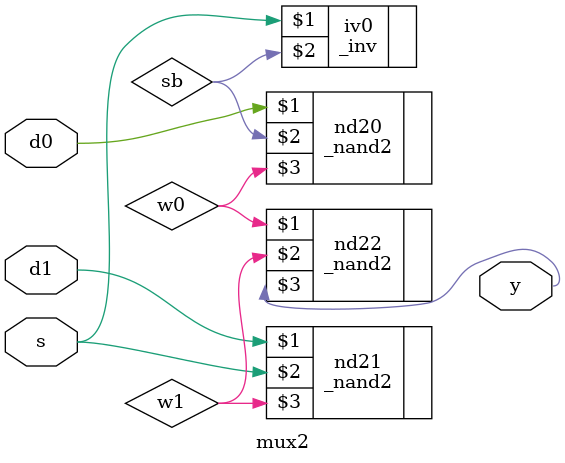
<source format=v>
module mux2(d0,d1,s,y); //2-to-1 MUX module

	input d0,d1,s; //2 input d0 & d1, Selection signal s
	output y; //output y
	
	wire sb; //signal after INVERTER wire sb
	wire w0,w1; //signal after NAND wire w0,w1
	
	_inv iv0(s,sb); //call _inv module
	_nand2 nd20(d0,sb,w0); //call _nand2 module
	_nand2 nd21(d1,s,w1); //call _nand2 module
	_nand2 nd22(w0,w1,y); //finally get output y

endmodule //end MUX module

</source>
